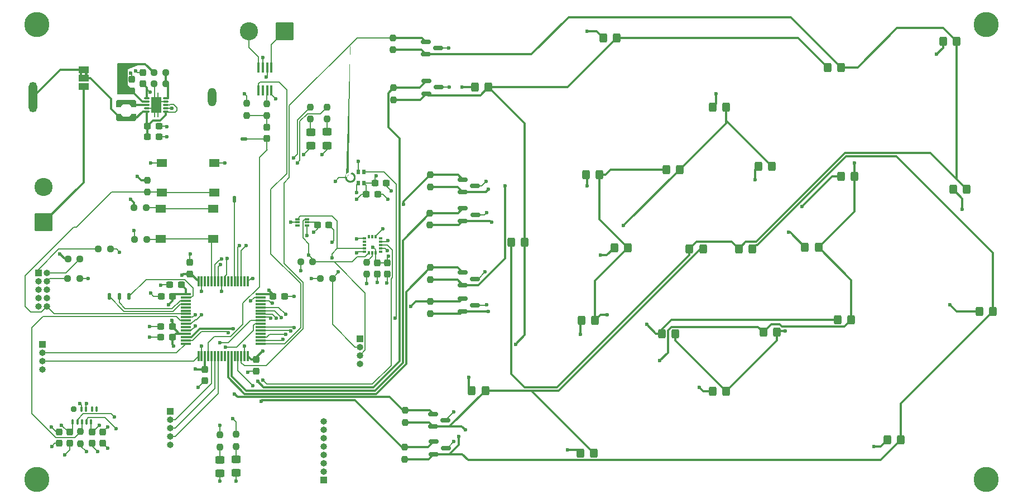
<source format=gtl>
G04 #@! TF.GenerationSoftware,KiCad,Pcbnew,8.0.2-8.0.2-0~ubuntu22.04.1*
G04 #@! TF.CreationDate,2024-05-15T13:26:14-04:00*
G04 #@! TF.ProjectId,holiday-widget,686f6c69-6461-4792-9d77-69646765742e,1.0*
G04 #@! TF.SameCoordinates,Original*
G04 #@! TF.FileFunction,Copper,L1,Top*
G04 #@! TF.FilePolarity,Positive*
%FSLAX46Y46*%
G04 Gerber Fmt 4.6, Leading zero omitted, Abs format (unit mm)*
G04 Created by KiCad (PCBNEW 8.0.2-8.0.2-0~ubuntu22.04.1) date 2024-05-15 13:26:14*
%MOMM*%
%LPD*%
G01*
G04 APERTURE LIST*
G04 Aperture macros list*
%AMRoundRect*
0 Rectangle with rounded corners*
0 $1 Rounding radius*
0 $2 $3 $4 $5 $6 $7 $8 $9 X,Y pos of 4 corners*
0 Add a 4 corners polygon primitive as box body*
4,1,4,$2,$3,$4,$5,$6,$7,$8,$9,$2,$3,0*
0 Add four circle primitives for the rounded corners*
1,1,$1+$1,$2,$3*
1,1,$1+$1,$4,$5*
1,1,$1+$1,$6,$7*
1,1,$1+$1,$8,$9*
0 Add four rect primitives between the rounded corners*
20,1,$1+$1,$2,$3,$4,$5,0*
20,1,$1+$1,$4,$5,$6,$7,0*
20,1,$1+$1,$6,$7,$8,$9,0*
20,1,$1+$1,$8,$9,$2,$3,0*%
%AMFreePoly0*
4,1,51,0.911569,0.773019,1.138152,0.657569,1.317969,0.477752,1.433419,0.251169,1.462091,0.070138,1.470107,0.070840,1.473200,0.000000,1.470107,-0.070840,1.462091,-0.070138,1.433419,-0.251169,1.317969,-0.477752,1.138152,-0.657569,0.911569,-0.773019,0.660400,-0.812800,0.409231,-0.773019,0.182648,-0.657569,0.002831,-0.477752,-0.112619,-0.251169,-0.141291,-0.070138,-0.149307,-0.070840,
-0.152400,0.000000,0.152400,0.000000,0.177263,-0.156981,0.249420,-0.298595,0.361805,-0.410981,0.503420,-0.483137,0.660400,-0.508000,0.817381,-0.483137,0.958995,-0.410981,1.071381,-0.298595,1.143537,-0.156981,1.168400,0.000000,1.143537,0.156981,1.071381,0.298595,0.958995,0.410981,0.817381,0.483137,0.660400,0.508000,0.503420,0.483137,0.361805,0.410981,0.249420,0.298595,
0.177263,0.156981,0.152400,0.000000,-0.152400,0.000000,-0.149307,0.070840,-0.141291,0.070138,-0.112619,0.251169,0.002831,0.477752,0.182648,0.657569,0.409231,0.773019,0.660400,0.812800,0.911569,0.773019,0.911569,0.773019,$1*%
%AMFreePoly1*
4,1,11,0.760000,0.825000,0.380000,0.510000,0.380000,-0.510000,0.760000,-0.825000,0.760000,-1.525000,-0.125000,-1.525000,-0.380000,-1.270000,-0.380000,1.270000,-0.125000,1.525000,0.760000,1.525000,0.760000,0.825000,0.760000,0.825000,$1*%
G04 Aperture macros list end*
G04 #@! TA.AperFunction,Conductor*
%ADD10C,0.200000*%
G04 #@! TD*
G04 #@! TA.AperFunction,EtchedComponent*
%ADD11C,0.000000*%
G04 #@! TD*
G04 #@! TA.AperFunction,SMDPad,CuDef*
%ADD12R,0.280000X0.280000*%
G04 #@! TD*
G04 #@! TA.AperFunction,SMDPad,CuDef*
%ADD13O,0.850000X0.280000*%
G04 #@! TD*
G04 #@! TA.AperFunction,ComponentPad*
%ADD14C,0.600000*%
G04 #@! TD*
G04 #@! TA.AperFunction,SMDPad,CuDef*
%ADD15R,0.680000X1.050000*%
G04 #@! TD*
G04 #@! TA.AperFunction,SMDPad,CuDef*
%ADD16R,0.260000X0.500000*%
G04 #@! TD*
G04 #@! TA.AperFunction,SMDPad,CuDef*
%ADD17R,0.280000X0.700000*%
G04 #@! TD*
G04 #@! TA.AperFunction,SMDPad,CuDef*
%ADD18R,1.650000X2.400000*%
G04 #@! TD*
G04 #@! TA.AperFunction,SMDPad,CuDef*
%ADD19R,1.550000X1.300000*%
G04 #@! TD*
G04 #@! TA.AperFunction,SMDPad,CuDef*
%ADD20RoundRect,0.237500X-0.300000X-0.237500X0.300000X-0.237500X0.300000X0.237500X-0.300000X0.237500X0*%
G04 #@! TD*
G04 #@! TA.AperFunction,SMDPad,CuDef*
%ADD21RoundRect,0.237500X0.300000X0.237500X-0.300000X0.237500X-0.300000X-0.237500X0.300000X-0.237500X0*%
G04 #@! TD*
G04 #@! TA.AperFunction,ComponentPad*
%ADD22R,1.000000X1.000000*%
G04 #@! TD*
G04 #@! TA.AperFunction,ComponentPad*
%ADD23O,1.000000X1.000000*%
G04 #@! TD*
G04 #@! TA.AperFunction,SMDPad,CuDef*
%ADD24RoundRect,0.250000X-0.325000X-0.450000X0.325000X-0.450000X0.325000X0.450000X-0.325000X0.450000X0*%
G04 #@! TD*
G04 #@! TA.AperFunction,ComponentPad*
%ADD25RoundRect,0.250000X1.125000X1.125000X-1.125000X1.125000X-1.125000X-1.125000X1.125000X-1.125000X0*%
G04 #@! TD*
G04 #@! TA.AperFunction,ComponentPad*
%ADD26C,2.750000*%
G04 #@! TD*
G04 #@! TA.AperFunction,SMDPad,CuDef*
%ADD27RoundRect,0.125000X-0.125000X-0.375000X0.125000X-0.375000X0.125000X0.375000X-0.125000X0.375000X0*%
G04 #@! TD*
G04 #@! TA.AperFunction,SMDPad,CuDef*
%ADD28RoundRect,0.237500X-0.250000X-0.237500X0.250000X-0.237500X0.250000X0.237500X-0.250000X0.237500X0*%
G04 #@! TD*
G04 #@! TA.AperFunction,SMDPad,CuDef*
%ADD29RoundRect,0.237500X0.237500X-0.300000X0.237500X0.300000X-0.237500X0.300000X-0.237500X-0.300000X0*%
G04 #@! TD*
G04 #@! TA.AperFunction,SMDPad,CuDef*
%ADD30RoundRect,0.237500X-0.237500X0.250000X-0.237500X-0.250000X0.237500X-0.250000X0.237500X0.250000X0*%
G04 #@! TD*
G04 #@! TA.AperFunction,SMDPad,CuDef*
%ADD31RoundRect,0.087500X-0.187500X-0.087500X0.187500X-0.087500X0.187500X0.087500X-0.187500X0.087500X0*%
G04 #@! TD*
G04 #@! TA.AperFunction,SMDPad,CuDef*
%ADD32RoundRect,0.087500X-0.087500X-0.187500X0.087500X-0.187500X0.087500X0.187500X-0.087500X0.187500X0*%
G04 #@! TD*
G04 #@! TA.AperFunction,SMDPad,CuDef*
%ADD33RoundRect,0.150000X-0.587500X-0.150000X0.587500X-0.150000X0.587500X0.150000X-0.587500X0.150000X0*%
G04 #@! TD*
G04 #@! TA.AperFunction,SMDPad,CuDef*
%ADD34RoundRect,0.237500X0.250000X0.237500X-0.250000X0.237500X-0.250000X-0.237500X0.250000X-0.237500X0*%
G04 #@! TD*
G04 #@! TA.AperFunction,SMDPad,CuDef*
%ADD35RoundRect,0.237500X0.237500X-0.250000X0.237500X0.250000X-0.237500X0.250000X-0.237500X-0.250000X0*%
G04 #@! TD*
G04 #@! TA.AperFunction,ComponentPad*
%ADD36RoundRect,0.250000X1.125000X-1.125000X1.125000X1.125000X-1.125000X1.125000X-1.125000X-1.125000X0*%
G04 #@! TD*
G04 #@! TA.AperFunction,SMDPad,CuDef*
%ADD37RoundRect,0.125000X0.375000X-0.125000X0.375000X0.125000X-0.375000X0.125000X-0.375000X-0.125000X0*%
G04 #@! TD*
G04 #@! TA.AperFunction,SMDPad,CuDef*
%ADD38RoundRect,0.237500X-0.237500X0.300000X-0.237500X-0.300000X0.237500X-0.300000X0.237500X0.300000X0*%
G04 #@! TD*
G04 #@! TA.AperFunction,SMDPad,CuDef*
%ADD39R,0.533400X0.736600*%
G04 #@! TD*
G04 #@! TA.AperFunction,SMDPad,CuDef*
%ADD40FreePoly0,0.000000*%
G04 #@! TD*
G04 #@! TA.AperFunction,SMDPad,CuDef*
%ADD41RoundRect,0.250000X0.450000X-0.325000X0.450000X0.325000X-0.450000X0.325000X-0.450000X-0.325000X0*%
G04 #@! TD*
G04 #@! TA.AperFunction,ComponentPad*
%ADD42C,2.600000*%
G04 #@! TD*
G04 #@! TA.AperFunction,ConnectorPad*
%ADD43C,3.800000*%
G04 #@! TD*
G04 #@! TA.AperFunction,SMDPad,CuDef*
%ADD44R,1.500000X1.000000*%
G04 #@! TD*
G04 #@! TA.AperFunction,SMDPad,CuDef*
%ADD45R,0.300000X1.600000*%
G04 #@! TD*
G04 #@! TA.AperFunction,SMDPad,CuDef*
%ADD46RoundRect,0.100000X-0.100000X-0.300000X0.100000X-0.300000X0.100000X0.300000X-0.100000X0.300000X0*%
G04 #@! TD*
G04 #@! TA.AperFunction,SMDPad,CuDef*
%ADD47RoundRect,0.200000X-0.215000X-0.200000X0.215000X-0.200000X0.215000X0.200000X-0.215000X0.200000X0*%
G04 #@! TD*
G04 #@! TA.AperFunction,SMDPad,CuDef*
%ADD48RoundRect,0.085000X-0.265000X-0.085000X0.265000X-0.085000X0.265000X0.085000X-0.265000X0.085000X0*%
G04 #@! TD*
G04 #@! TA.AperFunction,SMDPad,CuDef*
%ADD49FreePoly1,90.000000*%
G04 #@! TD*
G04 #@! TA.AperFunction,SMDPad,CuDef*
%ADD50FreePoly1,270.000000*%
G04 #@! TD*
G04 #@! TA.AperFunction,ComponentPad*
%ADD51O,1.300000X4.600000*%
G04 #@! TD*
G04 #@! TA.AperFunction,ComponentPad*
%ADD52O,1.300000X2.800000*%
G04 #@! TD*
G04 #@! TA.AperFunction,SMDPad,CuDef*
%ADD53RoundRect,0.075000X-0.700000X-0.075000X0.700000X-0.075000X0.700000X0.075000X-0.700000X0.075000X0*%
G04 #@! TD*
G04 #@! TA.AperFunction,SMDPad,CuDef*
%ADD54RoundRect,0.075000X-0.075000X-0.700000X0.075000X-0.700000X0.075000X0.700000X-0.075000X0.700000X0*%
G04 #@! TD*
G04 #@! TA.AperFunction,ViaPad*
%ADD55C,0.600000*%
G04 #@! TD*
G04 #@! TA.AperFunction,Conductor*
%ADD56C,0.300000*%
G04 #@! TD*
G04 APERTURE END LIST*
D10*
X132757008Y-80448755D02*
X130647314Y-81274017D01*
X130628699Y-83724985D01*
X131500000Y-85000000D01*
X129250000Y-85000000D01*
X129257399Y-80436345D01*
X132757008Y-80448755D01*
G04 #@! TA.AperFunction,Conductor*
G36*
X132757008Y-80448755D02*
G01*
X130647314Y-81274017D01*
X130628699Y-83724985D01*
X131500000Y-85000000D01*
X129250000Y-85000000D01*
X129257399Y-80436345D01*
X132757008Y-80448755D01*
G37*
G04 #@! TD.AperFunction*
D11*
G04 #@! TA.AperFunction,EtchedComponent*
G36*
X123881196Y-82226457D02*
G01*
X123481196Y-82226457D01*
X123481196Y-81726457D01*
X123881196Y-81726457D01*
X123881196Y-82226457D01*
G37*
G04 #@! TD.AperFunction*
G04 #@! TA.AperFunction,EtchedComponent*
G36*
X124681196Y-82226457D02*
G01*
X124281196Y-82226457D01*
X124281196Y-81726457D01*
X124681196Y-81726457D01*
X124681196Y-82226457D01*
G37*
G04 #@! TD.AperFunction*
D12*
X133346196Y-85669048D03*
D13*
X133631196Y-85669048D03*
D12*
X133346196Y-86169048D03*
D13*
X133631196Y-86169048D03*
D12*
X133346196Y-86669048D03*
D13*
X133631196Y-86669048D03*
D12*
X133346196Y-87169048D03*
D13*
X133631196Y-87169048D03*
D12*
X133346196Y-87669048D03*
D13*
X133631196Y-87669048D03*
X136581196Y-87669048D03*
D12*
X136866196Y-87669048D03*
D13*
X136581196Y-87169048D03*
D12*
X136866196Y-87169048D03*
D13*
X136581196Y-86669048D03*
D12*
X136866196Y-86669048D03*
D13*
X136581196Y-86169048D03*
D12*
X136866196Y-86169048D03*
D13*
X136581196Y-85669048D03*
D12*
X136866196Y-85669048D03*
D14*
X134606196Y-85919048D03*
X134606196Y-87419048D03*
D15*
X134656196Y-86034048D03*
X134656196Y-87304048D03*
D16*
X134856196Y-85039048D03*
D17*
X134856196Y-85119048D03*
X134856196Y-88219048D03*
D16*
X134856196Y-88299048D03*
D14*
X135106196Y-86669048D03*
D18*
X135106196Y-86669048D03*
D16*
X135356196Y-85039048D03*
D17*
X135356196Y-85119048D03*
X135356196Y-88219048D03*
D16*
X135356196Y-88299048D03*
D15*
X135556196Y-86034048D03*
X135556196Y-87304048D03*
D14*
X135606196Y-85919048D03*
X135606196Y-87419048D03*
D19*
X136000000Y-95500000D03*
X143950000Y-95500000D03*
X136000000Y-100000000D03*
X143950000Y-100000000D03*
D20*
X152847261Y-115705081D03*
X154572261Y-115705081D03*
D21*
X137535635Y-121937760D03*
X135810635Y-121937760D03*
D22*
X160500000Y-143560000D03*
D23*
X160500000Y-142290000D03*
X160500000Y-141020000D03*
X160500000Y-139750000D03*
X160500000Y-138480000D03*
X160500000Y-137210000D03*
X160500000Y-135940000D03*
X160500000Y-134670000D03*
D24*
X238489371Y-119278460D03*
X240539371Y-119278460D03*
D25*
X154607267Y-75475364D03*
D26*
X149207267Y-75475364D03*
D27*
X147000000Y-101000000D03*
D28*
X121712407Y-110048551D03*
X123537407Y-110048551D03*
D29*
X151906336Y-91802774D03*
X151906336Y-90077774D03*
D24*
X238975000Y-97500000D03*
X241025000Y-97500000D03*
D30*
X133725000Y-98087500D03*
X133725000Y-99912500D03*
D24*
X226475000Y-96000000D03*
X228525000Y-96000000D03*
D31*
X166671477Y-106921439D03*
X166671477Y-107421439D03*
X166671477Y-107921439D03*
X166671477Y-108421439D03*
X166671477Y-108921439D03*
D32*
X167396477Y-109146439D03*
X167896477Y-109146439D03*
X168396477Y-109146439D03*
D31*
X169121477Y-108921439D03*
X169121477Y-108421439D03*
X169121477Y-107921439D03*
X169121477Y-107421439D03*
X169121477Y-106921439D03*
D32*
X168396477Y-106696439D03*
X167896477Y-106696439D03*
X167396477Y-106696439D03*
D27*
X129500000Y-115750000D03*
D33*
X181616299Y-97988898D03*
X181616299Y-99888898D03*
X183491299Y-98938898D03*
D28*
X131750000Y-102250000D03*
X133575000Y-102250000D03*
D34*
X133630584Y-107104329D03*
X131805584Y-107104329D03*
D35*
X171133179Y-85884780D03*
X171133179Y-84059780D03*
D20*
X168275000Y-98500000D03*
X170000000Y-98500000D03*
D24*
X259975000Y-118000000D03*
X262025000Y-118000000D03*
D35*
X172829630Y-140429444D03*
X172829630Y-138604444D03*
D36*
X118000000Y-104500000D03*
D26*
X118000000Y-99100000D03*
D30*
X161010000Y-87000000D03*
X161010000Y-88825000D03*
D35*
X172891901Y-134825000D03*
X172891901Y-133000000D03*
D24*
X223475000Y-108500000D03*
X225525000Y-108500000D03*
X227220392Y-121177972D03*
X229270392Y-121177972D03*
D37*
X148394215Y-91812997D03*
D22*
X117875360Y-123032355D03*
D23*
X117875360Y-124302355D03*
X117875360Y-125572355D03*
X117875360Y-126842355D03*
D24*
X188975000Y-107500000D03*
X191025000Y-107500000D03*
D38*
X122009140Y-136285051D03*
X122009140Y-138010051D03*
D24*
X183475000Y-84000000D03*
X185525000Y-84000000D03*
D39*
X166597200Y-96825000D03*
X165775000Y-96825000D03*
D40*
X163862800Y-97662500D03*
D39*
X165775000Y-98500000D03*
X166597200Y-98500000D03*
D22*
X137250000Y-133190000D03*
D23*
X137250000Y-134460000D03*
X137250000Y-135730000D03*
X137250000Y-137000000D03*
X137250000Y-138270000D03*
D33*
X176062500Y-83050000D03*
X176062500Y-84950000D03*
X177937500Y-84000000D03*
D41*
X158589541Y-92856990D03*
X158589541Y-90806990D03*
D29*
X133081196Y-83488957D03*
X133081196Y-81763957D03*
D21*
X137574547Y-115697983D03*
X135849547Y-115697983D03*
D27*
X128000000Y-115750000D03*
D24*
X254475000Y-77000000D03*
X256525000Y-77000000D03*
X199629790Y-119364524D03*
X201679790Y-119364524D03*
D33*
X177125000Y-133550000D03*
X177125000Y-135450000D03*
X179000000Y-134500000D03*
D30*
X144750000Y-136750000D03*
X144750000Y-138575000D03*
D33*
X177201174Y-137770048D03*
X177201174Y-139670048D03*
X179076174Y-138720048D03*
D35*
X176633710Y-104912500D03*
X176633710Y-103087500D03*
D24*
X216000000Y-108500000D03*
X218050000Y-108500000D03*
D41*
X144770877Y-142588376D03*
X144770877Y-140538376D03*
D33*
X176026096Y-77110791D03*
X176026096Y-79010791D03*
X177901096Y-78060791D03*
D42*
X261000000Y-143500000D03*
D43*
X261000000Y-143500000D03*
D24*
X211787206Y-121425894D03*
X213837206Y-121425894D03*
D34*
X136576618Y-83476992D03*
X134751618Y-83476992D03*
D28*
X160000000Y-113000000D03*
X161825000Y-113000000D03*
D38*
X170182981Y-110624258D03*
X170182981Y-112349258D03*
D20*
X133775000Y-89870914D03*
X135500000Y-89870914D03*
D44*
X124081196Y-81326457D03*
X124081196Y-82626457D03*
X124081196Y-83926457D03*
D24*
X199475000Y-139500000D03*
X201525000Y-139500000D03*
D19*
X143721058Y-106967923D03*
X135771058Y-106967923D03*
X143721058Y-102467923D03*
X135771058Y-102467923D03*
D45*
X150632267Y-84450364D03*
X151282267Y-84450364D03*
X151932267Y-84450364D03*
X152582267Y-84450364D03*
X152582267Y-81050364D03*
X151932267Y-81050364D03*
X151282267Y-81050364D03*
X150632267Y-81050364D03*
D38*
X120377782Y-136286282D03*
X120377782Y-138011282D03*
D34*
X128162500Y-108570167D03*
X126337500Y-108570167D03*
D42*
X261000000Y-74500000D03*
D43*
X261000000Y-74500000D03*
D24*
X233530918Y-108276892D03*
X235580918Y-108276892D03*
D21*
X137541190Y-120325651D03*
X135816190Y-120325651D03*
D20*
X159547416Y-104880682D03*
X161272416Y-104880682D03*
D38*
X125397471Y-136289045D03*
X125397471Y-138014045D03*
D35*
X123626843Y-138059983D03*
X123626843Y-136234983D03*
X176663601Y-113187296D03*
X176663601Y-111362296D03*
D46*
X122451214Y-134813954D03*
X123136214Y-134813954D03*
X123821214Y-134813954D03*
X124506214Y-134813954D03*
X125191214Y-134813954D03*
X126081214Y-132813954D03*
X125401214Y-132813954D03*
X124401214Y-132813954D03*
X123751214Y-132813954D03*
D47*
X122586214Y-132813954D03*
D24*
X200299181Y-97274615D03*
X202349181Y-97274615D03*
D42*
X117000000Y-74500000D03*
D43*
X117000000Y-74500000D03*
D30*
X147250000Y-136675000D03*
X147250000Y-138500000D03*
D35*
X176703799Y-99113898D03*
X176703799Y-97288898D03*
D29*
X140229105Y-112307588D03*
X140229105Y-110582588D03*
D33*
X181616299Y-112113898D03*
X181616299Y-114013898D03*
X183491299Y-113063898D03*
D35*
X176656301Y-118343785D03*
X176656301Y-116518785D03*
D28*
X157000000Y-110500000D03*
X158825000Y-110500000D03*
D24*
X212475000Y-96500000D03*
X214525000Y-96500000D03*
X236975000Y-81000000D03*
X239025000Y-81000000D03*
D27*
X131000000Y-115750000D03*
D38*
X127000000Y-136275000D03*
X127000000Y-138000000D03*
X142500000Y-126775000D03*
X142500000Y-128500000D03*
D33*
X181600611Y-116101075D03*
X181600611Y-118001075D03*
X183475611Y-117051075D03*
D35*
X171000000Y-78325000D03*
X171000000Y-76500000D03*
D24*
X182975000Y-130000000D03*
X185025000Y-130000000D03*
X219506118Y-130103187D03*
X221556118Y-130103187D03*
D41*
X147255159Y-142513376D03*
X147255159Y-140463376D03*
D38*
X168597824Y-110609753D03*
X168597824Y-112334753D03*
D42*
X117000000Y-143500000D03*
D43*
X117000000Y-143500000D03*
D28*
X121675000Y-113000000D03*
X123500000Y-113000000D03*
D35*
X167008476Y-112363471D03*
X167008476Y-110538471D03*
D48*
X156500000Y-104000000D03*
X156500000Y-104500000D03*
X156500000Y-105000000D03*
X158000000Y-105000000D03*
X158000000Y-104500000D03*
X158000000Y-104000000D03*
D35*
X151893596Y-88323728D03*
X151893596Y-86498728D03*
D21*
X137172158Y-113979227D03*
X138897158Y-113979227D03*
D35*
X148839788Y-88295996D03*
X148839788Y-86470996D03*
D38*
X150259409Y-125326240D03*
X150259409Y-127051240D03*
D24*
X256000000Y-99500000D03*
X258050000Y-99500000D03*
X246000000Y-137500000D03*
X248050000Y-137500000D03*
D20*
X133775000Y-91500000D03*
X135500000Y-91500000D03*
D24*
X202950000Y-76500000D03*
X205000000Y-76500000D03*
D30*
X158500000Y-87000000D03*
X158500000Y-88825000D03*
D29*
X131415924Y-84554339D03*
X131415924Y-82829339D03*
D22*
X166000000Y-122140000D03*
D23*
X166000000Y-123410000D03*
X166000000Y-124680000D03*
X166000000Y-125950000D03*
D49*
X130581196Y-88798390D03*
D50*
X130581196Y-86258390D03*
D28*
X134756196Y-81799037D03*
X136581196Y-81799037D03*
D41*
X161046595Y-92838376D03*
X161046595Y-90788376D03*
D24*
X204596760Y-108356758D03*
X206646760Y-108356758D03*
D22*
X117230000Y-112190000D03*
D23*
X118500000Y-112190000D03*
X117230000Y-113460000D03*
X118500000Y-113460000D03*
X117230000Y-114730000D03*
X118500000Y-114730000D03*
X117230000Y-116000000D03*
X118500000Y-116000000D03*
X117230000Y-117270000D03*
X118500000Y-117270000D03*
D24*
X219500000Y-87000000D03*
X221550000Y-87000000D03*
D33*
X181625000Y-102371013D03*
X181625000Y-104271013D03*
X183500000Y-103321013D03*
D20*
X166976620Y-100195690D03*
X168701620Y-100195690D03*
D51*
X116400000Y-85500000D03*
D52*
X143600000Y-85500000D03*
D53*
X139582934Y-115388726D03*
X139582934Y-115888726D03*
X139582934Y-116388726D03*
X139582934Y-116888726D03*
X139582934Y-117388726D03*
X139582934Y-117888726D03*
X139582934Y-118388726D03*
X139582934Y-118888726D03*
X139582934Y-119388726D03*
X139582934Y-119888726D03*
X139582934Y-120388726D03*
X139582934Y-120888726D03*
X139582934Y-121388726D03*
X139582934Y-121888726D03*
X139582934Y-122388726D03*
X139582934Y-122888726D03*
D54*
X141507934Y-124813726D03*
X142007934Y-124813726D03*
X142507934Y-124813726D03*
X143007934Y-124813726D03*
X143507934Y-124813726D03*
X144007934Y-124813726D03*
X144507934Y-124813726D03*
X145007934Y-124813726D03*
X145507934Y-124813726D03*
X146007934Y-124813726D03*
X146507934Y-124813726D03*
X147007934Y-124813726D03*
X147507934Y-124813726D03*
X148007934Y-124813726D03*
X148507934Y-124813726D03*
X149007934Y-124813726D03*
D53*
X150932934Y-122888726D03*
X150932934Y-122388726D03*
X150932934Y-121888726D03*
X150932934Y-121388726D03*
X150932934Y-120888726D03*
X150932934Y-120388726D03*
X150932934Y-119888726D03*
X150932934Y-119388726D03*
X150932934Y-118888726D03*
X150932934Y-118388726D03*
X150932934Y-117888726D03*
X150932934Y-117388726D03*
X150932934Y-116888726D03*
X150932934Y-116388726D03*
X150932934Y-115888726D03*
X150932934Y-115388726D03*
D54*
X149007934Y-113463726D03*
X148507934Y-113463726D03*
X148007934Y-113463726D03*
X147507934Y-113463726D03*
X147007934Y-113463726D03*
X146507934Y-113463726D03*
X146007934Y-113463726D03*
X145507934Y-113463726D03*
X145007934Y-113463726D03*
X144507934Y-113463726D03*
X144007934Y-113463726D03*
X143507934Y-113463726D03*
X143007934Y-113463726D03*
X142507934Y-113463726D03*
X142007934Y-113463726D03*
X141507934Y-113463726D03*
D55*
X127750000Y-138750000D03*
X170065383Y-113733543D03*
X162250000Y-98250000D03*
X131242619Y-81894512D03*
X168611138Y-113624201D03*
X157500000Y-94250000D03*
X179494869Y-78049540D03*
X132000000Y-81500000D03*
X149000000Y-127250000D03*
X124500000Y-132000000D03*
X151250000Y-79500000D03*
X145500000Y-95500000D03*
X165750000Y-95250000D03*
X156000000Y-115750000D03*
X131750000Y-105750000D03*
X170250000Y-101000000D03*
X153250000Y-85750000D03*
X160250000Y-94250000D03*
X161750000Y-107500000D03*
X170200735Y-108799265D03*
X141500000Y-129500000D03*
X135750000Y-114000000D03*
X121250000Y-139750000D03*
X123500000Y-132000000D03*
X165488947Y-109154990D03*
X147250000Y-143750000D03*
X134250000Y-95500000D03*
X170250000Y-107250000D03*
X119250000Y-138500000D03*
X142000000Y-115000000D03*
X134081833Y-121935666D03*
X185127705Y-98303717D03*
X158000000Y-106500000D03*
X185000000Y-112000000D03*
X180250000Y-137750000D03*
X144750000Y-143750000D03*
X179585987Y-84008664D03*
X134075651Y-120325651D03*
X136750000Y-91500000D03*
X141000000Y-120250000D03*
X142000000Y-123250000D03*
X136750000Y-90000000D03*
X140250000Y-109250000D03*
X149431390Y-116431390D03*
X148500000Y-85000000D03*
X124750000Y-113000000D03*
X180250000Y-133250000D03*
X167000000Y-113750000D03*
X165500000Y-100000000D03*
X185250000Y-103000000D03*
X148500000Y-123250000D03*
X185250000Y-117000000D03*
X134250000Y-115250000D03*
X155500000Y-104500000D03*
X170750000Y-99750000D03*
X126250000Y-139250000D03*
X127750000Y-135500000D03*
X165500000Y-101000000D03*
X158617303Y-113022822D03*
X120500000Y-109250000D03*
X131250000Y-101000000D03*
X151811057Y-82462022D03*
X139000000Y-112500000D03*
X119192904Y-135557096D03*
X137000000Y-116988726D03*
X129717052Y-82961650D03*
X137750000Y-123250000D03*
X151250000Y-124000000D03*
X168000000Y-108250000D03*
X124500000Y-139250000D03*
X137500000Y-119388726D03*
X129500000Y-109000000D03*
X129750000Y-81250000D03*
X129709606Y-84562535D03*
X170352160Y-109645419D03*
X126500000Y-135250000D03*
X141000000Y-126750000D03*
X152200735Y-114799265D03*
X168500000Y-97425000D03*
X169500000Y-105500000D03*
X132250000Y-97500000D03*
X159000000Y-106000000D03*
X157009980Y-111798194D03*
X165500000Y-107000000D03*
X120750000Y-135250000D03*
X137450000Y-87169048D03*
X134216650Y-84747706D03*
X129000000Y-135750000D03*
X161750000Y-109900000D03*
X144875017Y-110875017D03*
X162750000Y-112000000D03*
X154750000Y-121500000D03*
X154747804Y-118450000D03*
X155500000Y-121000000D03*
X153303107Y-118993304D03*
X154300000Y-122250000D03*
X154099644Y-118918922D03*
X152500000Y-119038726D03*
X156065687Y-120434313D03*
X182000000Y-136000000D03*
X200500000Y-75500000D03*
X253500000Y-79000000D03*
X244000000Y-138500000D03*
X255500000Y-117000000D03*
X189625000Y-123000000D03*
X197500000Y-139000000D03*
X181500000Y-84000000D03*
X182500000Y-128000000D03*
X257400000Y-102500000D03*
X181000000Y-137000000D03*
X206000000Y-105000000D03*
X231000000Y-106000000D03*
X185500000Y-99500000D03*
X202500000Y-109500000D03*
X217500000Y-129500000D03*
X220000000Y-85000000D03*
X199500000Y-121500000D03*
X241000000Y-95500000D03*
X211500000Y-125500000D03*
X185500000Y-118000000D03*
X200500000Y-99000000D03*
X226000000Y-98000000D03*
X230500000Y-121000000D03*
X188000000Y-99000000D03*
X233090901Y-102090901D03*
X186000000Y-104500000D03*
X209500000Y-120000000D03*
X203500000Y-118500000D03*
X152750000Y-116750000D03*
X149750000Y-113000000D03*
X150500000Y-128600000D03*
X146801472Y-120600000D03*
X146000000Y-121250000D03*
X147000000Y-130500000D03*
X149750000Y-129250000D03*
X151000000Y-131650000D03*
X172650000Y-101750000D03*
X145825603Y-109990467D03*
X145000000Y-115000000D03*
X173750000Y-117250000D03*
X158250000Y-109500000D03*
X145031885Y-110090545D03*
X128750000Y-134000000D03*
X145651472Y-123447055D03*
X146750000Y-134250000D03*
X144750000Y-122750000D03*
X144750000Y-135250000D03*
X156500000Y-95500000D03*
X148750000Y-108000000D03*
X147750000Y-108000000D03*
X155900000Y-94750000D03*
X151288482Y-128464717D03*
X142000000Y-118500000D03*
X171350000Y-119000000D03*
X141000000Y-118500000D03*
D10*
X177901096Y-78060791D02*
X179483618Y-78060791D01*
X185198925Y-117051075D02*
X185250000Y-117000000D01*
X147255159Y-143744841D02*
X147250000Y-143750000D01*
X170000000Y-98500000D02*
X170000000Y-99000000D01*
X131805584Y-107104329D02*
X131805584Y-105805584D01*
X154572261Y-115705081D02*
X155955081Y-115705081D01*
X142007934Y-123257934D02*
X142000000Y-123250000D01*
X134081833Y-121935666D02*
X134083927Y-121937760D01*
X131805584Y-105805584D02*
X131750000Y-105750000D01*
X139582934Y-120888726D02*
X140390344Y-120888726D01*
X136581196Y-86169048D02*
X135856196Y-86169048D01*
X136620914Y-89870914D02*
X136750000Y-90000000D01*
X156500000Y-104500000D02*
X155500000Y-104500000D01*
X155955081Y-115705081D02*
X156000000Y-115750000D01*
X125397471Y-138397471D02*
X126250000Y-139250000D01*
X124401214Y-132813954D02*
X124401214Y-132098786D01*
X123751214Y-132251214D02*
X123500000Y-132000000D01*
X142007934Y-113463726D02*
X142007934Y-114992066D01*
X135770773Y-113979227D02*
X135750000Y-114000000D01*
X135500000Y-91500000D02*
X136750000Y-91500000D01*
X123500000Y-113000000D02*
X124750000Y-113000000D01*
X127000000Y-138000000D02*
X127750000Y-138750000D01*
X150932934Y-115888726D02*
X149974054Y-115888726D01*
X133631196Y-87169048D02*
X134521196Y-87169048D01*
X170078561Y-107421439D02*
X170250000Y-107250000D01*
X123751214Y-132813954D02*
X123751214Y-132251214D01*
X161046595Y-92838376D02*
X161046595Y-93453405D01*
X169121477Y-107421439D02*
X170078561Y-107421439D01*
X143950000Y-95500000D02*
X145500000Y-95500000D01*
X168597824Y-112334753D02*
X168597824Y-113610887D01*
X135856196Y-86169048D02*
X135606196Y-85919048D01*
X152582267Y-84450364D02*
X152582267Y-85082267D01*
X132263957Y-81763957D02*
X132000000Y-81500000D01*
X140229105Y-109270895D02*
X140250000Y-109250000D01*
X158000000Y-105000000D02*
X158000000Y-106500000D01*
X179076174Y-138720048D02*
X179279952Y-138720048D01*
X122009140Y-138010051D02*
X122009140Y-138990860D01*
X170182981Y-112349258D02*
X170182981Y-113615945D01*
X165500000Y-98775000D02*
X165775000Y-98500000D01*
X147255159Y-142513376D02*
X147255159Y-143744841D01*
X135500000Y-89870914D02*
X136620914Y-89870914D01*
X131415924Y-82067817D02*
X131415924Y-82829339D01*
X183475611Y-117051075D02*
X185198925Y-117051075D01*
X150259409Y-127051240D02*
X149198760Y-127051240D01*
X148839788Y-85339788D02*
X148500000Y-85000000D01*
X162837500Y-97662500D02*
X162250000Y-98250000D01*
X136000000Y-95500000D02*
X134250000Y-95500000D01*
X168597824Y-113610887D02*
X168611138Y-113624201D01*
X149198760Y-127051240D02*
X149000000Y-127250000D01*
X141000000Y-120279070D02*
X141000000Y-120250000D01*
X142007934Y-114992066D02*
X142000000Y-115000000D01*
X134521196Y-87169048D02*
X134656196Y-87304048D01*
X179577323Y-84000000D02*
X179585987Y-84008664D01*
X184492524Y-98938898D02*
X185127705Y-98303717D01*
X158589541Y-92856990D02*
X158589541Y-93160459D01*
X165500000Y-100000000D02*
X165500000Y-98775000D01*
X166671477Y-108921439D02*
X165722498Y-108921439D01*
X165722498Y-108921439D02*
X165488947Y-109154990D01*
X165775000Y-96825000D02*
X165775000Y-95275000D01*
X148839788Y-86470996D02*
X148839788Y-85339788D01*
X168701620Y-100195690D02*
X169445690Y-100195690D01*
X142500000Y-128500000D02*
X141500000Y-129500000D01*
X140229105Y-110582588D02*
X140229105Y-109270895D01*
X163862800Y-97662500D02*
X162837500Y-97662500D01*
X169445690Y-100195690D02*
X170250000Y-101000000D01*
X165775000Y-95275000D02*
X165750000Y-95250000D01*
X122009140Y-138990860D02*
X121250000Y-139750000D01*
X158589541Y-93160459D02*
X157500000Y-94250000D01*
X162000000Y-107250000D02*
X161750000Y-107500000D01*
X144770877Y-142588376D02*
X144770877Y-143729123D01*
X133081196Y-81763957D02*
X132263957Y-81763957D01*
X169121477Y-108421439D02*
X169822909Y-108421439D01*
X142007934Y-124813726D02*
X142007934Y-123257934D01*
X134075651Y-120325651D02*
X135816190Y-120325651D01*
X184928987Y-103321013D02*
X185250000Y-103000000D01*
X177937500Y-84000000D02*
X179577323Y-84000000D01*
X183491299Y-113063898D02*
X183936102Y-113063898D01*
X148507934Y-123257934D02*
X148500000Y-123250000D01*
X179483618Y-78060791D02*
X179494869Y-78049540D01*
X170000000Y-99000000D02*
X170750000Y-99750000D01*
X152582267Y-85082267D02*
X153250000Y-85750000D01*
X120377782Y-138011282D02*
X119738718Y-138011282D01*
X151282267Y-79532267D02*
X151250000Y-79500000D01*
X162000000Y-105608266D02*
X162000000Y-107250000D01*
X144770877Y-143729123D02*
X144750000Y-143750000D01*
X140390344Y-120888726D02*
X141000000Y-120279070D01*
X167008476Y-113741524D02*
X167000000Y-113750000D01*
X149974054Y-115888726D02*
X149431390Y-116431390D01*
X151282267Y-81050364D02*
X151282267Y-79532267D01*
X134083927Y-121937760D02*
X135810635Y-121937760D01*
X167008476Y-112363471D02*
X167008476Y-113741524D01*
X183936102Y-113063898D02*
X185000000Y-112000000D01*
X125397471Y-138014045D02*
X125397471Y-138397471D01*
X170182981Y-113615945D02*
X170065383Y-113733543D01*
X169822909Y-108421439D02*
X170200735Y-108799265D01*
X183500000Y-103321013D02*
X184928987Y-103321013D01*
X119738718Y-138011282D02*
X119250000Y-138500000D01*
X135849547Y-115697983D02*
X134697983Y-115697983D01*
X179279952Y-138720048D02*
X180250000Y-137750000D01*
X179000000Y-134500000D02*
X180250000Y-133250000D01*
X161046595Y-93453405D02*
X160250000Y-94250000D01*
X124401214Y-132098786D02*
X124500000Y-132000000D01*
X131242619Y-81894512D02*
X131415924Y-82067817D01*
X183491299Y-98938898D02*
X184492524Y-98938898D01*
X134856196Y-83581570D02*
X134856196Y-85039048D01*
X161272416Y-104880682D02*
X162000000Y-105608266D01*
X148507934Y-124813726D02*
X148507934Y-123257934D01*
X134697983Y-115697983D02*
X134250000Y-115250000D01*
X137172158Y-113979227D02*
X135770773Y-113979227D01*
X134751618Y-83476992D02*
X134856196Y-83581570D01*
D56*
X141025000Y-126775000D02*
X141000000Y-126750000D01*
D10*
X166671477Y-106921439D02*
X165578561Y-106921439D01*
D56*
X139582934Y-115388726D02*
X139582934Y-114665003D01*
D10*
X151932267Y-82340812D02*
X151811057Y-82462022D01*
D56*
X138604265Y-121388726D02*
X139582934Y-121388726D01*
D10*
X121785051Y-136285051D02*
X120750000Y-135250000D01*
X166976620Y-98879420D02*
X166597200Y-98500000D01*
X168275000Y-98500000D02*
X166597200Y-98500000D01*
D56*
X142507934Y-126767066D02*
X142507934Y-124813726D01*
X133030633Y-86169048D02*
X133631196Y-86169048D01*
D10*
X119922090Y-136286282D02*
X119192904Y-135557096D01*
D56*
X139192412Y-112307588D02*
X139000000Y-112500000D01*
D10*
X127000000Y-136275000D02*
X127000000Y-136250000D01*
X122451214Y-135842977D02*
X122009140Y-136285051D01*
X170182981Y-110624258D02*
X170182981Y-109814598D01*
D56*
X133725000Y-98087500D02*
X132837500Y-98087500D01*
D10*
X165578561Y-106921439D02*
X165500000Y-107000000D01*
X122451214Y-134813954D02*
X122451214Y-135842977D01*
X168396477Y-110408406D02*
X168597824Y-110609753D01*
X151932267Y-81050364D02*
X151932267Y-82340812D01*
D56*
X130590924Y-81159076D02*
X130590924Y-83729339D01*
D10*
X123626843Y-138059983D02*
X123626843Y-138376843D01*
D56*
X131750000Y-102250000D02*
X131750000Y-101500000D01*
D10*
X157000000Y-110500000D02*
X157000000Y-111788214D01*
D56*
X133457159Y-80500000D02*
X131250000Y-80500000D01*
D10*
X125397471Y-136289045D02*
X125460955Y-136289045D01*
D56*
X134756196Y-81799037D02*
X133457159Y-80500000D01*
X137541190Y-120325651D02*
X137541190Y-119429916D01*
X142500000Y-126775000D02*
X141025000Y-126775000D01*
X138084669Y-121388726D02*
X137535635Y-121937760D01*
X140229105Y-112307588D02*
X139192412Y-112307588D01*
D10*
X168396477Y-108646477D02*
X168000000Y-108250000D01*
D56*
X152847261Y-115705081D02*
X152530906Y-115388726D01*
X137541190Y-119429916D02*
X137500000Y-119388726D01*
X137535635Y-121937760D02*
X137535635Y-123035635D01*
D10*
X159547416Y-105452584D02*
X159000000Y-106000000D01*
D56*
X142500000Y-126775000D02*
X142507934Y-126767066D01*
D10*
X120377782Y-136286282D02*
X119922090Y-136286282D01*
X160000000Y-113000000D02*
X158640125Y-113000000D01*
D56*
X150259409Y-125326240D02*
X149520448Y-125326240D01*
D10*
X169500000Y-105500000D02*
X168396477Y-106603523D01*
X128162500Y-108570167D02*
X129070167Y-108570167D01*
D56*
X150259409Y-124990591D02*
X151250000Y-124000000D01*
X140229105Y-112307588D02*
X140351796Y-112307588D01*
X121712407Y-110048551D02*
X121298551Y-110048551D01*
D10*
X129070167Y-108570167D02*
X129500000Y-109000000D01*
X166976620Y-100195690D02*
X166976620Y-98879420D01*
D56*
X139582934Y-115388726D02*
X137883804Y-115388726D01*
D10*
X159547416Y-104880682D02*
X159166734Y-104500000D01*
D56*
X137883804Y-115388726D02*
X137574547Y-115697983D01*
D10*
X122009140Y-136285051D02*
X121785051Y-136285051D01*
X166976620Y-100195690D02*
X166304310Y-100195690D01*
D56*
X130590924Y-83729339D02*
X131415924Y-84554339D01*
D10*
X125191214Y-134813954D02*
X125191214Y-136082788D01*
X159547416Y-104880682D02*
X159547416Y-105452584D01*
X157000000Y-111788214D02*
X157009980Y-111798194D01*
D56*
X152530906Y-115388726D02*
X150932934Y-115388726D01*
X152847261Y-115705081D02*
X152847261Y-115445791D01*
X140351796Y-112307588D02*
X141507934Y-113463726D01*
D10*
X125460955Y-136289045D02*
X126500000Y-135250000D01*
X168396477Y-106603523D02*
X168396477Y-106696439D01*
X168612329Y-110624258D02*
X168597824Y-110609753D01*
X159166734Y-104500000D02*
X158000000Y-104500000D01*
D56*
X139582934Y-114665003D02*
X138897158Y-113979227D01*
D10*
X125191214Y-136082788D02*
X125397471Y-136289045D01*
X168396477Y-109146439D02*
X168396477Y-110408406D01*
D56*
X131750000Y-101500000D02*
X131250000Y-101000000D01*
D10*
X168275000Y-98500000D02*
X168275000Y-97650000D01*
D56*
X149520448Y-125326240D02*
X149007934Y-124813726D01*
D10*
X123626843Y-138376843D02*
X124500000Y-139250000D01*
D56*
X131415924Y-84554339D02*
X133030633Y-86169048D01*
X137541190Y-120325651D02*
X138604265Y-121388726D01*
X121298551Y-110048551D02*
X120500000Y-109250000D01*
X137574547Y-116414179D02*
X137000000Y-116988726D01*
D10*
X127000000Y-136250000D02*
X127750000Y-135500000D01*
D56*
X152847261Y-115445791D02*
X152200735Y-114799265D01*
D10*
X166304310Y-100195690D02*
X165500000Y-101000000D01*
X168396477Y-109146439D02*
X168396477Y-108646477D01*
D56*
X132837500Y-98087500D02*
X132250000Y-97500000D01*
D10*
X170182981Y-110624258D02*
X168612329Y-110624258D01*
D56*
X137535635Y-123035635D02*
X137750000Y-123250000D01*
D10*
X168275000Y-97650000D02*
X168500000Y-97425000D01*
X158640125Y-113000000D02*
X158617303Y-113022822D01*
X170182981Y-109814598D02*
X170352160Y-109645419D01*
D56*
X137574547Y-115697983D02*
X137574547Y-116414179D01*
X150259409Y-125326240D02*
X150259409Y-124990591D01*
X131250000Y-80500000D02*
X130590924Y-81159076D01*
X139582934Y-121388726D02*
X138084669Y-121388726D01*
X134600000Y-89045914D02*
X133775000Y-89870914D01*
D10*
X136866196Y-86669048D02*
X137101471Y-86669048D01*
D56*
X135719330Y-89045914D02*
X134600000Y-89045914D01*
X131909263Y-88798390D02*
X133038605Y-87669048D01*
X133775000Y-91500000D02*
X133775000Y-89870914D01*
D10*
X138250000Y-87500000D02*
X137980952Y-87769048D01*
D56*
X128250000Y-85745261D02*
X128250000Y-87250000D01*
X124081196Y-82626457D02*
X125131196Y-82626457D01*
X130969298Y-88798390D02*
X131909263Y-88798390D01*
D10*
X137201471Y-86569048D02*
X137698529Y-86569048D01*
X137698529Y-86569048D02*
X138250000Y-87120519D01*
D56*
X133631196Y-89727110D02*
X133775000Y-89870914D01*
X136581196Y-88184048D02*
X135719330Y-89045914D01*
X129798390Y-88798390D02*
X130581196Y-88798390D01*
X133631196Y-87669048D02*
X133631196Y-89727110D01*
X133038605Y-87669048D02*
X133346196Y-87669048D01*
X125131196Y-82626457D02*
X128250000Y-85745261D01*
X128250000Y-87250000D02*
X129798390Y-88798390D01*
D10*
X138250000Y-87120519D02*
X138250000Y-87500000D01*
X137980952Y-87769048D02*
X136966196Y-87769048D01*
D56*
X136581196Y-87669048D02*
X136581196Y-88184048D01*
D10*
X137101471Y-86669048D02*
X137201471Y-86569048D01*
X136966196Y-87769048D02*
X136866196Y-87669048D01*
D56*
X133631196Y-84038957D02*
X133081196Y-83488957D01*
D10*
X137500000Y-87219048D02*
X137450000Y-87169048D01*
X134128902Y-84747706D02*
X133631196Y-84250000D01*
D56*
X133631196Y-85669048D02*
X133631196Y-84250000D01*
D10*
X136866196Y-87169048D02*
X137450000Y-87169048D01*
D56*
X133631196Y-84250000D02*
X133631196Y-84038957D01*
D10*
X134216650Y-84747706D02*
X134128902Y-84747706D01*
X151936614Y-93488322D02*
X150750000Y-94674936D01*
X146400001Y-121850000D02*
X143900000Y-121850000D01*
X151906336Y-91802774D02*
X151906336Y-93458044D01*
X148394215Y-91812997D02*
X151896113Y-91812997D01*
X148250000Y-120000001D02*
X146400001Y-121850000D01*
X143900000Y-121850000D02*
X143007934Y-122742066D01*
X143007934Y-122742066D02*
X143007934Y-124813726D01*
X150750000Y-94674936D02*
X150750000Y-114264250D01*
X151906336Y-93458044D02*
X151936614Y-93488322D01*
X150750000Y-114264250D02*
X148250000Y-116764250D01*
X148250000Y-116764250D02*
X148250000Y-120000001D01*
X151896113Y-91812997D02*
X151906336Y-91802774D01*
X151906336Y-90077774D02*
X151906336Y-88336468D01*
X151906336Y-88336468D02*
X151893596Y-88323728D01*
X151865864Y-88295996D02*
X151893596Y-88323728D01*
X148839788Y-88295996D02*
X151865864Y-88295996D01*
X147250000Y-140458217D02*
X147255159Y-140463376D01*
X147250000Y-138500000D02*
X147250000Y-140458217D01*
X144750000Y-140517499D02*
X144770877Y-140538376D01*
X144750000Y-138575000D02*
X144750000Y-140517499D01*
X161010000Y-90751781D02*
X161046595Y-90788376D01*
X161010000Y-88825000D02*
X161010000Y-90751781D01*
X158500000Y-90717449D02*
X158589541Y-90806990D01*
X158500000Y-88825000D02*
X158500000Y-90717449D01*
X144875017Y-110875017D02*
X144507934Y-111242100D01*
X161750000Y-109900000D02*
X161750000Y-109250000D01*
X162750000Y-112075000D02*
X161825000Y-113000000D01*
X156970000Y-103530000D02*
X156500000Y-104000000D01*
X165292894Y-123410000D02*
X166000000Y-123410000D01*
X161825000Y-119942106D02*
X165292894Y-123410000D01*
X161780000Y-103530000D02*
X156970000Y-103530000D01*
X129000000Y-135750000D02*
X127363954Y-134113954D01*
X162578561Y-108421439D02*
X166671477Y-108421439D01*
X144507934Y-111242100D02*
X144507934Y-113463726D01*
X124506214Y-134413955D02*
X124506214Y-134813954D01*
X161750000Y-109250000D02*
X162578561Y-108421439D01*
X124806215Y-134113954D02*
X124506214Y-134413955D01*
X162578561Y-108421439D02*
X162578561Y-104328561D01*
X162750000Y-112000000D02*
X162750000Y-112075000D01*
X127363954Y-134113954D02*
X124806215Y-134113954D01*
X161825000Y-113000000D02*
X161825000Y-119942106D01*
X162578561Y-104328561D02*
X161780000Y-103530000D01*
X138169305Y-124302355D02*
X139582934Y-122888726D01*
X117875360Y-124302355D02*
X138169305Y-124302355D01*
X140749305Y-125572355D02*
X117875360Y-125572355D01*
X141507934Y-124813726D02*
X140749305Y-125572355D01*
X137957106Y-137000000D02*
X144507934Y-130449172D01*
X137250000Y-137000000D02*
X137957106Y-137000000D01*
X144507934Y-130449172D02*
X144507934Y-124813726D01*
X137250000Y-135730000D02*
X137957106Y-135730000D01*
X144007934Y-129679172D02*
X144007934Y-124813726D01*
X137957106Y-135730000D02*
X144007934Y-129679172D01*
X143507934Y-128909172D02*
X137957106Y-134460000D01*
X137957106Y-134460000D02*
X137250000Y-134460000D01*
X143507934Y-124813726D02*
X143507934Y-128909172D01*
D56*
X120573543Y-81326457D02*
X124081196Y-81326457D01*
X116400000Y-85500000D02*
X120573543Y-81326457D01*
X124081196Y-98418804D02*
X118000000Y-104500000D01*
X124081196Y-83926457D02*
X124081196Y-98418804D01*
D10*
X150932934Y-121888726D02*
X151900000Y-121888726D01*
X152288726Y-121500000D02*
X154750000Y-121500000D01*
X151900000Y-121888726D02*
X152288726Y-121500000D01*
X154747804Y-118450000D02*
X153686530Y-117388726D01*
X153686530Y-117388726D02*
X150932934Y-117388726D01*
X155388726Y-120888726D02*
X155500000Y-121000000D01*
X150932934Y-120888726D02*
X155388726Y-120888726D01*
X150982934Y-118438726D02*
X150932934Y-118388726D01*
X153303107Y-118993304D02*
X152748529Y-118438726D01*
X152748529Y-118438726D02*
X150982934Y-118438726D01*
X150932934Y-122388726D02*
X154161274Y-122388726D01*
X154161274Y-122388726D02*
X154300000Y-122250000D01*
X154099644Y-118918922D02*
X153069448Y-117888726D01*
X153069448Y-117888726D02*
X150932934Y-117888726D01*
X152500000Y-119038726D02*
X152350000Y-118888726D01*
X152350000Y-118888726D02*
X150932934Y-118888726D01*
X156020100Y-120388726D02*
X156065687Y-120434313D01*
X150932934Y-120388726D02*
X156020100Y-120388726D01*
X152582267Y-77500364D02*
X154607267Y-75475364D01*
X152582267Y-81050364D02*
X152582267Y-77500364D01*
X150632267Y-79382267D02*
X150632267Y-81050364D01*
X149207267Y-77957267D02*
X150632267Y-79382267D01*
X149207267Y-75475364D02*
X149207267Y-77957267D01*
D56*
X179575000Y-135450000D02*
X185025000Y-130000000D01*
X192025000Y-130000000D02*
X201525000Y-139500000D01*
X254475000Y-78025000D02*
X254475000Y-77000000D01*
X196130456Y-130000000D02*
X192025000Y-130000000D01*
X253500000Y-79000000D02*
X254475000Y-78025000D01*
X176500000Y-134825000D02*
X177125000Y-135450000D01*
X201950000Y-75500000D02*
X202950000Y-76500000D01*
X177125000Y-135450000D02*
X181450000Y-135450000D01*
X245000000Y-138500000D02*
X246000000Y-137500000D01*
X200500000Y-75500000D02*
X201950000Y-75500000D01*
X177125000Y-135450000D02*
X179575000Y-135450000D01*
X185025000Y-130000000D02*
X192025000Y-130000000D01*
X181450000Y-135450000D02*
X182000000Y-136000000D01*
X244000000Y-138500000D02*
X245000000Y-138500000D01*
X217630456Y-108500000D02*
X196130456Y-130000000D01*
X218050000Y-108500000D02*
X217630456Y-108500000D01*
X172891901Y-134825000D02*
X176500000Y-134825000D01*
X191025000Y-107500000D02*
X191025000Y-121600000D01*
X191000000Y-89475000D02*
X191000000Y-107475000D01*
X205000000Y-76500000D02*
X232475000Y-76500000D01*
X171133179Y-85884780D02*
X175127720Y-85884780D01*
X185525000Y-84000000D02*
X184275001Y-85249999D01*
X191025000Y-121600000D02*
X189625000Y-123000000D01*
X255500000Y-117000000D02*
X256500000Y-118000000D01*
X232475000Y-76500000D02*
X236975000Y-81000000D01*
X191000000Y-107475000D02*
X191025000Y-107500000D01*
X198975000Y-139000000D02*
X199475000Y-139500000D01*
X185525000Y-84000000D02*
X191000000Y-89475000D01*
X185525000Y-84000000D02*
X197500000Y-84000000D01*
X256500000Y-118000000D02*
X259975000Y-118000000D01*
X175127720Y-85884780D02*
X176062500Y-84950000D01*
X184275001Y-85249999D02*
X176362499Y-85249999D01*
X197500000Y-139000000D02*
X198975000Y-139000000D01*
X197500000Y-84000000D02*
X205000000Y-76500000D01*
X176362499Y-85249999D02*
X176062500Y-84950000D01*
X239762562Y-94500000D02*
X247392894Y-94500000D01*
X257400000Y-100900000D02*
X256000000Y-99500000D01*
X248050000Y-137500000D02*
X248050000Y-131975000D01*
X177201174Y-139670048D02*
X181521093Y-139670048D01*
X225525000Y-108500000D02*
X225525000Y-108525000D01*
X182500000Y-129525000D02*
X182975000Y-130000000D01*
X179574936Y-139670048D02*
X181000000Y-138244984D01*
X181000000Y-138244984D02*
X181000000Y-137000000D01*
X181500000Y-84000000D02*
X183475000Y-84000000D01*
X182401045Y-140550000D02*
X245000000Y-140550000D01*
X177201174Y-139670048D02*
X179574936Y-139670048D01*
X247392894Y-94500000D02*
X262025000Y-109132106D01*
X226312562Y-107950000D02*
X239762562Y-94500000D01*
X176441778Y-140429444D02*
X177201174Y-139670048D01*
X245000000Y-140550000D02*
X248050000Y-137500000D01*
X172829630Y-140429444D02*
X176441778Y-140429444D01*
X262025000Y-109132106D02*
X262025000Y-118000000D01*
X181521093Y-139670048D02*
X182401045Y-140550000D01*
X248050000Y-131975000D02*
X262025000Y-118000000D01*
X225525000Y-108525000D02*
X226100000Y-107950000D01*
X257400000Y-102500000D02*
X257400000Y-100900000D01*
X226100000Y-107950000D02*
X226312562Y-107950000D01*
X182500000Y-128000000D02*
X182500000Y-129525000D01*
X171000000Y-78325000D02*
X175340305Y-78325000D01*
X258050000Y-99500000D02*
X252550000Y-94000000D01*
X256525000Y-97975000D02*
X258050000Y-99500000D01*
X254525000Y-75000000D02*
X256525000Y-77000000D01*
X224525000Y-107450000D02*
X223475000Y-108500000D01*
X241500000Y-81000000D02*
X247500000Y-75000000D01*
X188975000Y-107500000D02*
X188975000Y-127475000D01*
X191000000Y-129500000D02*
X195923350Y-129500000D01*
X197640241Y-73359759D02*
X231384759Y-73359759D01*
X239025000Y-81000000D02*
X241500000Y-81000000D01*
X222425000Y-107450000D02*
X217050000Y-107450000D01*
X256525000Y-77000000D02*
X256525000Y-97975000D01*
X175340305Y-78325000D02*
X176026096Y-79010791D01*
X252550000Y-94000000D02*
X239555456Y-94000000D01*
X231384759Y-73359759D02*
X239025000Y-81000000D01*
X223475000Y-108500000D02*
X222425000Y-107450000D01*
X216000000Y-109423350D02*
X216000000Y-108500000D01*
X239555456Y-94000000D02*
X226105456Y-107450000D01*
X188975000Y-127475000D02*
X191000000Y-129500000D01*
X191989209Y-79010791D02*
X197640241Y-73359759D01*
X195923350Y-129500000D02*
X216000000Y-109423350D01*
X176026096Y-79010791D02*
X191989209Y-79010791D01*
X217050000Y-107450000D02*
X216000000Y-108500000D01*
X247500000Y-75000000D02*
X254525000Y-75000000D01*
X226105456Y-107450000D02*
X224525000Y-107450000D01*
X203453518Y-109500000D02*
X204596760Y-108356758D01*
X206000000Y-105000000D02*
X214500000Y-96500000D01*
X185111102Y-99888898D02*
X185500000Y-99500000D01*
X180841299Y-99113898D02*
X181616299Y-99888898D01*
X214500000Y-96500000D02*
X214525000Y-96500000D01*
X181616299Y-99888898D02*
X185111102Y-99888898D01*
X221550000Y-89025000D02*
X228525000Y-96000000D01*
X221550000Y-87000000D02*
X221550000Y-89025000D01*
X231000000Y-106000000D02*
X231254026Y-106000000D01*
X221550000Y-87000000D02*
X221550000Y-89475000D01*
X202500000Y-109500000D02*
X203453518Y-109500000D01*
X219506118Y-130103187D02*
X218103187Y-130103187D01*
X231254026Y-106000000D02*
X233530918Y-108276892D01*
X221550000Y-89475000D02*
X214525000Y-96500000D01*
X218103187Y-130103187D02*
X217500000Y-129500000D01*
X176703799Y-99113898D02*
X180841299Y-99113898D01*
X241025000Y-97500000D02*
X241025000Y-95525000D01*
X199500000Y-119494314D02*
X199629790Y-119364524D01*
X226418314Y-120375894D02*
X227220392Y-121177972D01*
X176656301Y-118343785D02*
X181257901Y-118343785D01*
X228398364Y-120000000D02*
X227220392Y-121177972D01*
X240539371Y-119278460D02*
X240539371Y-113235345D01*
X212712206Y-120920438D02*
X213256750Y-120375894D01*
X240539371Y-119278460D02*
X239489371Y-120328460D01*
X241025000Y-95525000D02*
X241000000Y-95500000D01*
X185498925Y-118001075D02*
X185500000Y-118000000D01*
X181257901Y-118343785D02*
X181600611Y-118001075D01*
X241025000Y-97500000D02*
X241025000Y-102832810D01*
X212712206Y-124287794D02*
X212712206Y-120920438D01*
X241025000Y-102832810D02*
X235580918Y-108276892D01*
X211500000Y-125500000D02*
X212712206Y-124287794D01*
X230051336Y-120328460D02*
X229722876Y-120000000D01*
X239489371Y-120328460D02*
X230051336Y-120328460D01*
X220000000Y-85000000D02*
X220000000Y-86500000D01*
X199500000Y-121500000D02*
X199500000Y-119494314D01*
X181600611Y-118001075D02*
X185498925Y-118001075D01*
X220000000Y-86500000D02*
X219500000Y-87000000D01*
X240539371Y-113235345D02*
X235580918Y-108276892D01*
X229722876Y-120000000D02*
X228398364Y-120000000D01*
X213256750Y-120375894D02*
X226418314Y-120375894D01*
X213837206Y-122384275D02*
X221556118Y-130103187D01*
X238975000Y-97500000D02*
X237681802Y-97500000D01*
X181616299Y-114013898D02*
X183990061Y-114013898D01*
X180789697Y-113187296D02*
X181616299Y-114013898D01*
X183990061Y-114013898D02*
X188000000Y-110003959D01*
X230500000Y-121000000D02*
X229448364Y-121000000D01*
X229448364Y-121000000D02*
X229270392Y-121177972D01*
X226000000Y-98000000D02*
X226000000Y-96475000D01*
X229270392Y-122388913D02*
X221556118Y-130103187D01*
X200500000Y-97475434D02*
X200299181Y-97274615D01*
X229270392Y-121177972D02*
X229270392Y-122388913D01*
X226000000Y-96475000D02*
X226475000Y-96000000D01*
X188000000Y-110003959D02*
X188000000Y-99000000D01*
X200500000Y-99000000D02*
X200500000Y-97475434D01*
X237681802Y-97500000D02*
X233090901Y-102090901D01*
X213837206Y-121425894D02*
X213837206Y-122384275D01*
X176663601Y-113187296D02*
X180789697Y-113187296D01*
X202349181Y-97274615D02*
X202349181Y-104059179D01*
X185771013Y-104271013D02*
X186000000Y-104500000D01*
X202349181Y-104059179D02*
X206646760Y-108356758D01*
X211787206Y-120712794D02*
X213221540Y-119278460D01*
X181625000Y-104271013D02*
X185771013Y-104271013D01*
X211787206Y-121425894D02*
X210925894Y-121425894D01*
X180983513Y-104912500D02*
X181625000Y-104271013D01*
X210925894Y-121425894D02*
X209500000Y-120000000D01*
X202544314Y-118500000D02*
X201679790Y-119364524D01*
X176633710Y-104912500D02*
X180983513Y-104912500D01*
X203274615Y-97274615D02*
X204049230Y-96500000D01*
X213221540Y-119278460D02*
X238489371Y-119278460D01*
X211787206Y-121425894D02*
X211787206Y-120712794D01*
X203500000Y-118500000D02*
X202544314Y-118500000D01*
X201679790Y-113323728D02*
X206646760Y-108356758D01*
X201679790Y-119364524D02*
X201679790Y-113323728D01*
X204049230Y-96500000D02*
X212475000Y-96500000D01*
X202349181Y-97274615D02*
X203274615Y-97274615D01*
D10*
X117230000Y-111671471D02*
X117230000Y-112190000D01*
X120331304Y-108570167D02*
X117230000Y-111671471D01*
X126337500Y-108570167D02*
X120331304Y-108570167D01*
X123537407Y-110048551D02*
X121395958Y-112190000D01*
X150932934Y-116388726D02*
X152226684Y-116388726D01*
X152226684Y-116388726D02*
X152587958Y-116750000D01*
X121395958Y-112190000D02*
X118500000Y-112190000D01*
X152587958Y-116750000D02*
X152750000Y-116750000D01*
X149471660Y-113000000D02*
X149007934Y-113463726D01*
X149750000Y-113000000D02*
X149471660Y-113000000D01*
X121675000Y-113000000D02*
X118960000Y-113000000D01*
X118960000Y-113000000D02*
X118500000Y-113460000D01*
X116070000Y-118070000D02*
X117700000Y-118070000D01*
X139582934Y-118388726D02*
X119618726Y-118388726D01*
X133725000Y-99912500D02*
X128337500Y-99912500D01*
X135912500Y-99912500D02*
X136000000Y-100000000D01*
X123000000Y-105250000D02*
X122570000Y-105250000D01*
X119618726Y-118388726D02*
X118500000Y-117270000D01*
X115250000Y-112570000D02*
X115250000Y-117250000D01*
X128337500Y-99912500D02*
X123000000Y-105250000D01*
X133725000Y-99912500D02*
X135912500Y-99912500D01*
X115250000Y-117250000D02*
X116070000Y-118070000D01*
X136000000Y-100000000D02*
X143950000Y-100000000D01*
X122570000Y-105250000D02*
X115250000Y-112570000D01*
X117700000Y-118070000D02*
X118500000Y-117270000D01*
D56*
X131379956Y-86669048D02*
X133346196Y-86669048D01*
X130969298Y-86258390D02*
X131379956Y-86669048D01*
X140461054Y-121888726D02*
X139582934Y-121888726D01*
X175052720Y-84059780D02*
X176062500Y-83050000D01*
X146801472Y-120600000D02*
X141749780Y-120600000D01*
X170308179Y-90058179D02*
X170500000Y-90250000D01*
X172000000Y-125000000D02*
X172000000Y-125585788D01*
X172000000Y-125585788D02*
X168085788Y-129500000D01*
X170308179Y-84884780D02*
X170308179Y-90058179D01*
X170500000Y-90250000D02*
X172000000Y-91750000D01*
X168085788Y-129500000D02*
X155000000Y-129500000D01*
X172000000Y-91750000D02*
X172000000Y-125000000D01*
X141749780Y-120600000D02*
X140461054Y-121888726D01*
X171133179Y-84059780D02*
X170308179Y-84884780D01*
X155000000Y-129500000D02*
X151400000Y-129500000D01*
X151400000Y-129500000D02*
X150500000Y-128600000D01*
X171133179Y-84059780D02*
X175052720Y-84059780D01*
X172891901Y-133000000D02*
X172500000Y-133000000D01*
X172891901Y-133000000D02*
X176575000Y-133000000D01*
X176575000Y-133000000D02*
X177125000Y-133550000D01*
X147500000Y-131000000D02*
X147000000Y-130500000D01*
D10*
X140597450Y-122388726D02*
X139582934Y-122388726D01*
X146000000Y-121250000D02*
X145800000Y-121050000D01*
X145800000Y-121050000D02*
X141936176Y-121050000D01*
D56*
X172500000Y-133000000D02*
X170500000Y-131000000D01*
D10*
X141936176Y-121050000D02*
X140597450Y-122388726D01*
D56*
X170500000Y-131000000D02*
X147500000Y-131000000D01*
X165250000Y-131500000D02*
X172354444Y-138604444D01*
X176366778Y-138604444D02*
X177201174Y-137770048D01*
X172829630Y-138604444D02*
X176366778Y-138604444D01*
X151000000Y-131650000D02*
X151150000Y-131500000D01*
D10*
X149750000Y-129250000D02*
X147507934Y-127007934D01*
X147507934Y-127007934D02*
X147507934Y-124813726D01*
D56*
X151150000Y-131500000D02*
X165250000Y-131500000D01*
X172354444Y-138604444D02*
X172829630Y-138604444D01*
D10*
X165550000Y-76500000D02*
X171000000Y-76500000D01*
X154500000Y-110750000D02*
X154500000Y-98500000D01*
X155300000Y-97700000D02*
X155300000Y-86750000D01*
D56*
X175415305Y-76500000D02*
X176026096Y-77110791D01*
D10*
X151786260Y-126213740D02*
X157400000Y-120600000D01*
X148007934Y-124813726D02*
X148007934Y-125757934D01*
X148463740Y-126213740D02*
X151786260Y-126213740D01*
X157400000Y-120600000D02*
X157400000Y-113650000D01*
X154500000Y-98500000D02*
X155300000Y-97700000D01*
X155300000Y-86750000D02*
X165550000Y-76500000D01*
X148007934Y-125757934D02*
X148463740Y-126213740D01*
X157400000Y-113650000D02*
X154500000Y-110750000D01*
D56*
X171000000Y-76500000D02*
X175415305Y-76500000D01*
X172650000Y-101750000D02*
X172650000Y-101342697D01*
D10*
X145507934Y-112656316D02*
X145507934Y-113463726D01*
D56*
X172650000Y-101342697D02*
X176703799Y-97288898D01*
D10*
X145750000Y-110066070D02*
X145750000Y-112414250D01*
D56*
X180916299Y-97288898D02*
X181616299Y-97988898D01*
D10*
X145750000Y-112414250D02*
X145507934Y-112656316D01*
X145825603Y-109990467D02*
X145750000Y-110066070D01*
D56*
X176703799Y-97288898D02*
X180916299Y-97288898D01*
X176656301Y-116518785D02*
X174481215Y-116518785D01*
D10*
X145007934Y-113463726D02*
X145007934Y-114992066D01*
D56*
X176656301Y-116518785D02*
X181182901Y-116518785D01*
D10*
X145007934Y-114992066D02*
X145000000Y-115000000D01*
D56*
X174481215Y-116518785D02*
X173750000Y-117250000D01*
X181182901Y-116518785D02*
X181600611Y-116101075D01*
X148500000Y-130500000D02*
X146007934Y-128007934D01*
X176663601Y-111362296D02*
X180864697Y-111362296D01*
X173000000Y-126000000D02*
X168500000Y-130500000D01*
X176663601Y-111362296D02*
X173000000Y-115025897D01*
X168500000Y-130500000D02*
X148500000Y-130500000D01*
X180864697Y-111362296D02*
X181616299Y-112113898D01*
X173000000Y-115025897D02*
X173000000Y-126000000D01*
X146007934Y-128007934D02*
X146007934Y-124813726D01*
X176633710Y-103087500D02*
X172500000Y-107221210D01*
X146507934Y-127800828D02*
X146507934Y-124813726D01*
X176633710Y-103087500D02*
X180908513Y-103087500D01*
X148707106Y-130000000D02*
X146507934Y-127800828D01*
X180908513Y-103087500D02*
X181625000Y-102371013D01*
X168292894Y-130000000D02*
X148707106Y-130000000D01*
X172500000Y-107221210D02*
X172500000Y-125792894D01*
X172500000Y-125792894D02*
X168292894Y-130000000D01*
D10*
X143721058Y-102467923D02*
X135771058Y-102467923D01*
X135553135Y-102250000D02*
X135771058Y-102467923D01*
X133575000Y-102250000D02*
X135553135Y-102250000D01*
X133630584Y-107104329D02*
X135634652Y-107104329D01*
X143507934Y-107181047D02*
X143507934Y-113463726D01*
X135634652Y-107104329D02*
X135771058Y-106967923D01*
X135771058Y-106967923D02*
X143721058Y-106967923D01*
X143721058Y-106967923D02*
X143507934Y-107181047D01*
D56*
X136576618Y-83476992D02*
X136576618Y-81803615D01*
X136576618Y-81803615D02*
X136581196Y-81799037D01*
X136866196Y-83766570D02*
X136576618Y-83476992D01*
X136866196Y-85669048D02*
X136866196Y-83766570D01*
D10*
X124050169Y-133500000D02*
X124064123Y-133513954D01*
X166000000Y-124680000D02*
X166800000Y-123880000D01*
X158250000Y-109500000D02*
X158250000Y-107750000D01*
X157350000Y-106850000D02*
X157350000Y-104253172D01*
X164809249Y-110500000D02*
X165558278Y-109750971D01*
X144007934Y-110893571D02*
X144651505Y-110250000D01*
X128263954Y-133513954D02*
X128750000Y-134000000D01*
X144007934Y-113463726D02*
X144007934Y-110893571D01*
X162098529Y-110500000D02*
X158825000Y-110500000D01*
X165558278Y-109750971D02*
X166791945Y-109750971D01*
X158250000Y-107750000D02*
X157350000Y-106850000D01*
X158825000Y-110075000D02*
X158250000Y-109500000D01*
X166800000Y-123880000D02*
X166800000Y-115201471D01*
X123136214Y-134813954D02*
X123136214Y-134413955D01*
X124064123Y-133513954D02*
X128263954Y-133513954D01*
X166791945Y-109750971D02*
X167396477Y-109146439D01*
X166800000Y-115201471D02*
X162098529Y-110500000D01*
X157603172Y-104000000D02*
X158000000Y-104000000D01*
X157350000Y-104253172D02*
X157603172Y-104000000D01*
X144651505Y-110250000D02*
X144872430Y-110250000D01*
X158825000Y-110500000D02*
X164809249Y-110500000D01*
X123136214Y-134413955D02*
X124050169Y-133500000D01*
X144872430Y-110250000D02*
X145031885Y-110090545D01*
X158825000Y-110500000D02*
X158825000Y-110075000D01*
X122738044Y-137123782D02*
X123821214Y-136040612D01*
X123821214Y-136040612D02*
X123821214Y-134813954D01*
X116250000Y-120500000D02*
X116250000Y-133462722D01*
X138775524Y-119388726D02*
X138175524Y-118788726D01*
X139582934Y-119388726D02*
X138775524Y-119388726D01*
X119911060Y-137123782D02*
X122738044Y-137123782D01*
X138175524Y-118788726D02*
X117961274Y-118788726D01*
X117961274Y-118788726D02*
X116250000Y-120500000D01*
X116250000Y-133462722D02*
X119911060Y-137123782D01*
X151893596Y-86498728D02*
X151893596Y-84489035D01*
X151893596Y-84489035D02*
X151932267Y-84450364D01*
X150932934Y-119888726D02*
X150125524Y-119888726D01*
X147302945Y-123447055D02*
X145651472Y-123447055D01*
X149857934Y-120892066D02*
X147302945Y-123447055D01*
X146750000Y-134250000D02*
X147250000Y-134750000D01*
X149857934Y-120156316D02*
X149857934Y-120892066D01*
X150125524Y-119888726D02*
X149857934Y-120156316D01*
X147250000Y-134750000D02*
X147250000Y-136675000D01*
X146065687Y-122750000D02*
X144750000Y-122750000D01*
X144750000Y-135250000D02*
X144750000Y-136750000D01*
X150932934Y-119388726D02*
X149426961Y-119388726D01*
X149426961Y-119388726D02*
X146065687Y-122750000D01*
X156500000Y-95500000D02*
X156900000Y-95100000D01*
X156900000Y-89170778D02*
X158070778Y-88000000D01*
X156900000Y-95100000D02*
X156900000Y-89170778D01*
X160010000Y-88000000D02*
X161010000Y-87000000D01*
X158070778Y-88000000D02*
X160010000Y-88000000D01*
X148007934Y-113463726D02*
X148007934Y-108742066D01*
X148007934Y-108742066D02*
X148750000Y-108000000D01*
X147507934Y-108242066D02*
X147507934Y-113463726D01*
X156500000Y-94150000D02*
X155900000Y-94750000D01*
X147750000Y-108000000D02*
X147507934Y-108242066D01*
X158500000Y-87000000D02*
X156500000Y-89000000D01*
X156500000Y-89000000D02*
X156500000Y-94150000D01*
X167896477Y-109650470D02*
X167008476Y-110538471D01*
X167896477Y-109146439D02*
X167896477Y-109650470D01*
X128000000Y-115750000D02*
X130238726Y-117988726D01*
X137675524Y-117988726D02*
X138725524Y-116938726D01*
X139532934Y-116938726D02*
X139582934Y-116888726D01*
X130238726Y-117988726D02*
X137675524Y-117988726D01*
X138725524Y-116938726D02*
X139532934Y-116938726D01*
X129500000Y-116684314D02*
X130404412Y-117588726D01*
X138709838Y-116388726D02*
X139582934Y-116388726D01*
X137509838Y-117588726D02*
X138709838Y-116388726D01*
X129500000Y-115750000D02*
X129500000Y-116684314D01*
X130404412Y-117588726D02*
X137509838Y-117588726D01*
X133545773Y-113204227D02*
X131000000Y-115750000D01*
X140657934Y-115621136D02*
X140657934Y-114435781D01*
X140657934Y-114435781D02*
X139426380Y-113204227D01*
X140390344Y-115888726D02*
X140657934Y-115621136D01*
X139582934Y-115888726D02*
X140390344Y-115888726D01*
X139426380Y-113204227D02*
X133545773Y-113204227D01*
X147000000Y-101000000D02*
X147000000Y-113455792D01*
X147000000Y-113455792D02*
X147007934Y-113463726D01*
X170750000Y-113086461D02*
X170750000Y-126199392D01*
X141220930Y-119279070D02*
X141000000Y-119279070D01*
X151873765Y-129050000D02*
X151288482Y-128464717D01*
X169121477Y-107921439D02*
X170171439Y-107921439D01*
X140390344Y-119888726D02*
X139582934Y-119888726D01*
X142000000Y-118500000D02*
X141220930Y-119279070D01*
X170957981Y-112878480D02*
X170750000Y-113086461D01*
X170171439Y-107921439D02*
X170957981Y-108707981D01*
X167899392Y-129050000D02*
X151873765Y-129050000D01*
X170750000Y-126199392D02*
X167899392Y-129050000D01*
X170957981Y-108707981D02*
X170957981Y-112878480D01*
X141000000Y-119279070D02*
X140390344Y-119888726D01*
X140611274Y-118888726D02*
X139582934Y-118888726D01*
X171500000Y-98695778D02*
X171500000Y-118850000D01*
X166597200Y-96825000D02*
X169629222Y-96825000D01*
X141000000Y-118500000D02*
X140611274Y-118888726D01*
X169629222Y-96825000D02*
X171500000Y-98695778D01*
X171500000Y-118850000D02*
X171350000Y-119000000D01*
X152500000Y-109315686D02*
X157000000Y-113815686D01*
X154545588Y-122888726D02*
X150932934Y-122888726D01*
X152500000Y-99500000D02*
X152500000Y-109315686D01*
X150832631Y-83250000D02*
X153750000Y-83250000D01*
X157000000Y-120434314D02*
X154545588Y-122888726D01*
X150632267Y-83450364D02*
X150832631Y-83250000D01*
X150632267Y-84450364D02*
X150632267Y-83450364D01*
X157000000Y-113815686D02*
X157000000Y-120434314D01*
X153750000Y-83250000D02*
X154900000Y-84400000D01*
X154900000Y-84400000D02*
X154900000Y-97100000D01*
X154900000Y-97100000D02*
X152500000Y-99500000D01*
M02*

</source>
